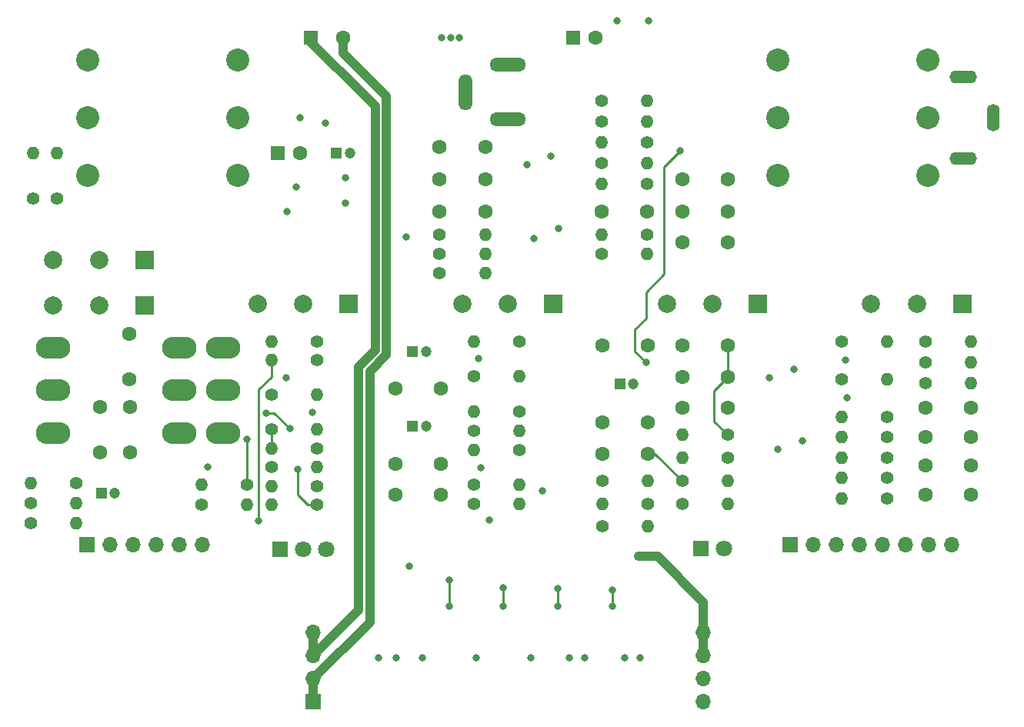
<source format=gbr>
G04 #@! TF.GenerationSoftware,KiCad,Pcbnew,7.0.10*
G04 #@! TF.CreationDate,2024-02-16T20:24:02-03:30*
G04 #@! TF.ProjectId,tight-distortion,74696768-742d-4646-9973-746f7274696f,rev?*
G04 #@! TF.SameCoordinates,Original*
G04 #@! TF.FileFunction,Copper,L4,Bot*
G04 #@! TF.FilePolarity,Positive*
%FSLAX46Y46*%
G04 Gerber Fmt 4.6, Leading zero omitted, Abs format (unit mm)*
G04 Created by KiCad (PCBNEW 7.0.10) date 2024-02-16 20:24:02*
%MOMM*%
%LPD*%
G01*
G04 APERTURE LIST*
G04 #@! TA.AperFunction,ComponentPad*
%ADD10O,4.000000X1.500000*%
G04 #@! TD*
G04 #@! TA.AperFunction,ComponentPad*
%ADD11O,1.500000X4.000000*%
G04 #@! TD*
G04 #@! TA.AperFunction,ComponentPad*
%ADD12C,2.540000*%
G04 #@! TD*
G04 #@! TA.AperFunction,ComponentPad*
%ADD13O,3.000000X1.400000*%
G04 #@! TD*
G04 #@! TA.AperFunction,ComponentPad*
%ADD14O,1.400000X3.000000*%
G04 #@! TD*
G04 #@! TA.AperFunction,ComponentPad*
%ADD15R,1.700000X1.700000*%
G04 #@! TD*
G04 #@! TA.AperFunction,ComponentPad*
%ADD16O,1.700000X1.700000*%
G04 #@! TD*
G04 #@! TA.AperFunction,ComponentPad*
%ADD17C,1.600000*%
G04 #@! TD*
G04 #@! TA.AperFunction,ComponentPad*
%ADD18R,1.200000X1.200000*%
G04 #@! TD*
G04 #@! TA.AperFunction,ComponentPad*
%ADD19C,1.200000*%
G04 #@! TD*
G04 #@! TA.AperFunction,ComponentPad*
%ADD20C,1.400000*%
G04 #@! TD*
G04 #@! TA.AperFunction,ComponentPad*
%ADD21O,1.400000X1.400000*%
G04 #@! TD*
G04 #@! TA.AperFunction,ComponentPad*
%ADD22R,1.600000X1.600000*%
G04 #@! TD*
G04 #@! TA.AperFunction,ComponentPad*
%ADD23R,2.000000X2.000000*%
G04 #@! TD*
G04 #@! TA.AperFunction,ComponentPad*
%ADD24C,2.000000*%
G04 #@! TD*
G04 #@! TA.AperFunction,ComponentPad*
%ADD25R,1.800000X1.800000*%
G04 #@! TD*
G04 #@! TA.AperFunction,ComponentPad*
%ADD26C,1.800000*%
G04 #@! TD*
G04 #@! TA.AperFunction,ComponentPad*
%ADD27O,3.800000X2.400000*%
G04 #@! TD*
G04 #@! TA.AperFunction,ViaPad*
%ADD28C,0.800000*%
G04 #@! TD*
G04 #@! TA.AperFunction,Conductor*
%ADD29C,1.000000*%
G04 #@! TD*
G04 #@! TA.AperFunction,Conductor*
%ADD30C,0.250000*%
G04 #@! TD*
G04 APERTURE END LIST*
D10*
G04 #@! TO.P,J1,1*
G04 #@! TO.N,Net-(D2-K)*
X0Y29800000D03*
G04 #@! TO.P,J1,2*
G04 #@! TO.N,Net-(D1-K)*
X0Y35800000D03*
D11*
G04 #@! TO.P,J1,3*
G04 #@! TO.N,unconnected-(J1-Pad3)*
X-4700000Y32800000D03*
G04 #@! TD*
D12*
G04 #@! TO.P,J2,1,T*
G04 #@! TO.N,/input_jack*
X-46250000Y23650000D03*
G04 #@! TO.P,J2,2,R*
G04 #@! TO.N,Earth*
X-46250000Y30000000D03*
G04 #@! TO.P,J2,3,S*
X-46250000Y36350000D03*
G04 #@! TO.P,J2,4,TS*
X-29750000Y23650000D03*
G04 #@! TO.P,J2,5,RS*
X-29750000Y30000000D03*
G04 #@! TO.P,J2,6,SS*
X-29750000Y36350000D03*
G04 #@! TD*
G04 #@! TO.P,J3,1,T*
G04 #@! TO.N,/output_jack*
X29750000Y23650000D03*
G04 #@! TO.P,J3,2,R*
G04 #@! TO.N,Earth*
X29750000Y30000000D03*
G04 #@! TO.P,J3,3,S*
X29750000Y36350000D03*
G04 #@! TO.P,J3,4,TS*
X46250000Y23650000D03*
G04 #@! TO.P,J3,5,RS*
X46250000Y30000000D03*
G04 #@! TO.P,J3,6,SS*
X46250000Y36350000D03*
G04 #@! TD*
D13*
G04 #@! TO.P,G1,1*
G04 #@! TO.N,Earth*
X50100000Y34500000D03*
D14*
X53400000Y30000000D03*
D13*
X50100000Y25500000D03*
G04 #@! TD*
D15*
G04 #@! TO.P,J4,1,Pin_1*
G04 #@! TO.N,Earth*
X31110000Y-17000000D03*
D16*
G04 #@! TO.P,J4,2,Pin_2*
G04 #@! TO.N,/input_jack*
X33650000Y-17000000D03*
G04 #@! TO.P,J4,3,Pin_3*
G04 #@! TO.N,/send*
X36190000Y-17000000D03*
G04 #@! TO.P,J4,4,Pin_4*
G04 #@! TO.N,/return*
X38730000Y-17000000D03*
G04 #@! TO.P,J4,5,Pin_5*
G04 #@! TO.N,/output_jack*
X41270000Y-17000000D03*
G04 #@! TO.P,J4,6,Pin_6*
G04 #@! TO.N,/LED+*
X43810000Y-17000000D03*
G04 #@! TO.P,J4,7,Pin_7*
G04 #@! TO.N,/V+*
X46350000Y-17000000D03*
G04 #@! TO.P,J4,8,Pin_8*
G04 #@! TO.N,unconnected-(J4-Pin_8-Pad8)*
X48890000Y-17000000D03*
G04 #@! TD*
D17*
G04 #@! TO.P,C4,1*
G04 #@! TO.N,Net-(C4-Pad1)*
X-41650000Y6200000D03*
G04 #@! TO.P,C4,2*
G04 #@! TO.N,Net-(SW1A-A)*
X-41650000Y1200000D03*
G04 #@! TD*
G04 #@! TO.P,C5,1*
G04 #@! TO.N,Net-(C4-Pad1)*
X-7400000Y-8135000D03*
G04 #@! TO.P,C5,2*
G04 #@! TO.N,Net-(Q1-D)*
X-12400000Y-8135000D03*
G04 #@! TD*
D18*
G04 #@! TO.P,C6,1*
G04 #@! TO.N,Earth*
X-44730000Y-11300000D03*
D19*
G04 #@! TO.P,C6,2*
G04 #@! TO.N,Net-(SW2A-B)*
X-43230000Y-11300000D03*
G04 #@! TD*
D17*
G04 #@! TO.P,C8,1*
G04 #@! TO.N,Net-(Q2-G)*
X-44850000Y-1800000D03*
G04 #@! TO.P,C8,2*
G04 #@! TO.N,Net-(SW3-A)*
X-44850000Y-6800000D03*
G04 #@! TD*
D18*
G04 #@! TO.P,C9,1*
G04 #@! TO.N,Earth*
X-10470000Y-3990000D03*
D19*
G04 #@! TO.P,C9,2*
G04 #@! TO.N,Net-(Q2-S)*
X-8970000Y-3990000D03*
G04 #@! TD*
D18*
G04 #@! TO.P,C13,1*
G04 #@! TO.N,Earth*
X-10470000Y4300000D03*
D19*
G04 #@! TO.P,C13,2*
G04 #@! TO.N,Net-(Q3-S)*
X-8970000Y4300000D03*
G04 #@! TD*
D17*
G04 #@! TO.P,C15,1*
G04 #@! TO.N,Net-(C15-Pad1)*
X15400000Y4900000D03*
G04 #@! TO.P,C15,2*
G04 #@! TO.N,Net-(Q3-D)*
X10400000Y4900000D03*
G04 #@! TD*
G04 #@! TO.P,C22,1*
G04 #@! TO.N,Net-(C22-Pad1)*
X15350000Y19700000D03*
G04 #@! TO.P,C22,2*
G04 #@! TO.N,Net-(U1B-+)*
X10350000Y19700000D03*
G04 #@! TD*
D20*
G04 #@! TO.P,R1,1*
G04 #@! TO.N,/send*
X-33700000Y-12600000D03*
D21*
G04 #@! TO.P,R1,2*
G04 #@! TO.N,Net-(SW1B-B)*
X-28700000Y-12600000D03*
G04 #@! TD*
D17*
G04 #@! TO.P,C37,1*
G04 #@! TO.N,Net-(C37-Pad1)*
X51000000Y-1924998D03*
G04 #@! TO.P,C37,2*
G04 #@! TO.N,Net-(C35-Pad2)*
X46000000Y-1924998D03*
G04 #@! TD*
G04 #@! TO.P,C2,1*
G04 #@! TO.N,Net-(Q1-G)*
X-41600000Y-6800000D03*
G04 #@! TO.P,C2,2*
G04 #@! TO.N,Net-(SW1B-A)*
X-41600000Y-1800000D03*
G04 #@! TD*
D18*
G04 #@! TO.P,C39,1*
G04 #@! TO.N,Earth*
X-18870000Y26100000D03*
D19*
G04 #@! TO.P,C39,2*
G04 #@! TO.N,/Signal Path/-VREF0*
X-17370000Y26100000D03*
G04 #@! TD*
D22*
G04 #@! TO.P,C40,1*
G04 #@! TO.N,Earth*
X7155000Y38799999D03*
D17*
G04 #@! TO.P,C40,2*
G04 #@! TO.N,/Signal Path/-VREF1*
X9655000Y38799999D03*
G04 #@! TD*
D22*
G04 #@! TO.P,C47,1*
G04 #@! TO.N,Net-(D3-K)*
X-21652651Y38800000D03*
D17*
G04 #@! TO.P,C47,2*
G04 #@! TO.N,Earth*
X-18152651Y38800000D03*
G04 #@! TD*
D16*
G04 #@! TO.P,J5,1,GND*
G04 #@! TO.N,Earth*
X-21420000Y-31760000D03*
D15*
X-21420000Y-34300000D03*
D16*
G04 #@! TO.P,J5,4,Vin*
G04 #@! TO.N,Net-(D3-K)*
X-21420000Y-26680000D03*
X-21420000Y-29220000D03*
G04 #@! TO.P,J5,5,+15V*
G04 #@! TO.N,+15V*
X21500000Y-26680000D03*
X21500000Y-29220000D03*
G04 #@! TO.P,J5,8,-15V*
G04 #@! TO.N,-15V*
X21500000Y-31760000D03*
X21500000Y-34300000D03*
G04 #@! TD*
D20*
G04 #@! TO.P,R2,1*
G04 #@! TO.N,Net-(SW1B-B)*
X-28700000Y-10400000D03*
D21*
G04 #@! TO.P,R2,2*
G04 #@! TO.N,Earth*
X-33700000Y-10400000D03*
G04 #@! TD*
D20*
G04 #@! TO.P,R3,1*
G04 #@! TO.N,Net-(Q1-G)*
X-21000000Y-12600000D03*
D21*
G04 #@! TO.P,R3,2*
G04 #@! TO.N,/Signal Path/-VREF0*
X-26000000Y-12600000D03*
G04 #@! TD*
D20*
G04 #@! TO.P,R4,1*
G04 #@! TO.N,+15V*
X-26000000Y-8453331D03*
D21*
G04 #@! TO.P,R4,2*
G04 #@! TO.N,Net-(Q1-D)*
X-21000000Y-8453331D03*
G04 #@! TD*
D20*
G04 #@! TO.P,R5,1*
G04 #@! TO.N,Net-(Q1-S)*
X-21000000Y-10526664D03*
D21*
G04 #@! TO.P,R5,2*
G04 #@! TO.N,/Signal Path/ccs0*
X-26000000Y-10526664D03*
G04 #@! TD*
D20*
G04 #@! TO.P,R7,1*
G04 #@! TO.N,Net-(C4-Pad1)*
X-21000000Y-6379998D03*
D21*
G04 #@! TO.P,R7,2*
G04 #@! TO.N,Net-(RV1A-6)*
X-26000000Y-6379998D03*
G04 #@! TD*
D20*
G04 #@! TO.P,R8,1*
G04 #@! TO.N,Net-(RV1A-6)*
X-26000000Y-4306665D03*
D21*
G04 #@! TO.P,R8,2*
G04 #@! TO.N,/Signal Path/-VREF0*
X-21000000Y-4306665D03*
G04 #@! TD*
D20*
G04 #@! TO.P,R9,1*
G04 #@! TO.N,Net-(RV1A-4)*
X-52250000Y21100000D03*
D21*
G04 #@! TO.P,R9,2*
G04 #@! TO.N,/Signal Path/-VREF0*
X-52250000Y26100000D03*
G04 #@! TD*
D20*
G04 #@! TO.P,R11,1*
G04 #@! TO.N,Net-(Q2-S)*
X-21000000Y3326667D03*
D21*
G04 #@! TO.P,R11,2*
G04 #@! TO.N,/Signal Path/ccs1*
X-26000000Y3326667D03*
G04 #@! TD*
D17*
G04 #@! TO.P,C3,1*
G04 #@! TO.N,Net-(Q1-G)*
X-7400000Y-11500000D03*
G04 #@! TO.P,C3,2*
G04 #@! TO.N,Net-(SW1B-B)*
X-12400000Y-11500000D03*
G04 #@! TD*
D20*
G04 #@! TO.P,R13,1*
G04 #@! TO.N,Net-(C12-Pad2)*
X1300000Y5400000D03*
D21*
G04 #@! TO.P,R13,2*
G04 #@! TO.N,/Signal Path/-VREF0*
X-3700000Y5400000D03*
G04 #@! TD*
D20*
G04 #@! TO.P,R14,1*
G04 #@! TO.N,Net-(R14-Pad1)*
X-49600000Y21100000D03*
D21*
G04 #@! TO.P,R14,2*
G04 #@! TO.N,/Signal Path/-VREF0*
X-49600000Y26100000D03*
G04 #@! TD*
D20*
G04 #@! TO.P,R15,1*
G04 #@! TO.N,+15V*
X-3700000Y1529000D03*
D21*
G04 #@! TO.P,R15,2*
G04 #@! TO.N,Net-(Q3-D)*
X1300000Y1529000D03*
G04 #@! TD*
D20*
G04 #@! TO.P,R16,1*
G04 #@! TO.N,Net-(Q3-S)*
X1300000Y-2342000D03*
D21*
G04 #@! TO.P,R16,2*
G04 #@! TO.N,/Signal Path/ccs2*
X-3700000Y-2342000D03*
G04 #@! TD*
D20*
G04 #@! TO.P,R17,1*
G04 #@! TO.N,Net-(C15-Pad1)*
X-3700000Y-4442500D03*
D21*
G04 #@! TO.P,R17,2*
G04 #@! TO.N,Net-(Q4-G)*
X1300000Y-4442500D03*
G04 #@! TD*
D20*
G04 #@! TO.P,R18,1*
G04 #@! TO.N,Net-(Q4-G)*
X1300000Y-6543000D03*
D21*
G04 #@! TO.P,R18,2*
G04 #@! TO.N,/Signal Path/-VREF0*
X-3700000Y-6543000D03*
G04 #@! TD*
D20*
G04 #@! TO.P,R19,1*
G04 #@! TO.N,+15V*
X-3700000Y-12514500D03*
D21*
G04 #@! TO.P,R19,2*
G04 #@! TO.N,Net-(Q4-D)*
X1300000Y-12514500D03*
G04 #@! TD*
D20*
G04 #@! TO.P,R20,1*
G04 #@! TO.N,Net-(Q4-S)*
X-3700000Y-10414000D03*
D21*
G04 #@! TO.P,R20,2*
G04 #@! TO.N,/Signal Path/ccs3*
X1300000Y-10414000D03*
G04 #@! TD*
D20*
G04 #@! TO.P,R21,1*
G04 #@! TO.N,Net-(C19-Pad1)*
X15400000Y-12500000D03*
D21*
G04 #@! TO.P,R21,2*
G04 #@! TO.N,Net-(Q5-B)*
X10400000Y-12500000D03*
G04 #@! TD*
D20*
G04 #@! TO.P,R22,1*
G04 #@! TO.N,Net-(Q5-B)*
X10400000Y-15000000D03*
D21*
G04 #@! TO.P,R22,2*
G04 #@! TO.N,Earth*
X15400000Y-15000000D03*
G04 #@! TD*
D20*
G04 #@! TO.P,R26,1*
G04 #@! TO.N,Net-(C22-Pad1)*
X15350000Y17100000D03*
D21*
G04 #@! TO.P,R26,2*
G04 #@! TO.N,Net-(U1B--)*
X10350000Y17100000D03*
G04 #@! TD*
D20*
G04 #@! TO.P,R28,1*
G04 #@! TO.N,Net-(C23-Pad2)*
X-7500000Y17100000D03*
D21*
G04 #@! TO.P,R28,2*
G04 #@! TO.N,Net-(U1A--)*
X-2500000Y17100000D03*
G04 #@! TD*
D20*
G04 #@! TO.P,R29,1*
G04 #@! TO.N,Net-(U1A-+)*
X-7500000Y15000000D03*
D21*
G04 #@! TO.P,R29,2*
G04 #@! TO.N,Earth*
X-2500000Y15000000D03*
G04 #@! TD*
D20*
G04 #@! TO.P,R30,1*
G04 #@! TO.N,Net-(C25-Pad2)*
X-7500000Y12900000D03*
D21*
G04 #@! TO.P,R30,2*
G04 #@! TO.N,Earth*
X-2500000Y12900000D03*
G04 #@! TD*
D20*
G04 #@! TO.P,R31,1*
G04 #@! TO.N,Net-(C26-Pad2)*
X24200000Y-4925000D03*
D21*
G04 #@! TO.P,R31,2*
G04 #@! TO.N,Net-(U3A--)*
X19200000Y-4925000D03*
G04 #@! TD*
D23*
G04 #@! TO.P,RV1,1,4*
G04 #@! TO.N,Net-(RV1A-4)*
X-40000000Y9300000D03*
D24*
G04 #@! TO.P,RV1,2,5*
G04 #@! TO.N,Net-(Q2-G)*
X-45000000Y9300000D03*
G04 #@! TO.P,RV1,3,6*
G04 #@! TO.N,Net-(RV1A-6)*
X-50000000Y9300000D03*
D23*
G04 #@! TO.P,RV1,4,4*
G04 #@! TO.N,Net-(R14-Pad1)*
X-40000000Y14300000D03*
D24*
G04 #@! TO.P,RV1,5,5*
G04 #@! TO.N,Net-(Q3-G)*
X-45000000Y14300000D03*
G04 #@! TO.P,RV1,6,6*
G04 #@! TO.N,Net-(C12-Pad2)*
X-50000000Y14300000D03*
G04 #@! TD*
D20*
G04 #@! TO.P,R32,1*
G04 #@! TO.N,Net-(C27-Pad1)*
X15350000Y22700000D03*
D21*
G04 #@! TO.P,R32,2*
G04 #@! TO.N,/Signal Path/-VREF1*
X10350000Y22700000D03*
G04 #@! TD*
D20*
G04 #@! TO.P,R12,1*
G04 #@! TO.N,Net-(C11-Pad1)*
X-21000000Y5400000D03*
D21*
G04 #@! TO.P,R12,2*
G04 #@! TO.N,Net-(C12-Pad2)*
X-26000000Y5400000D03*
G04 #@! TD*
D20*
G04 #@! TO.P,R6,1*
G04 #@! TO.N,Net-(Q1-S)*
X-47500000Y-10200000D03*
D21*
G04 #@! TO.P,R6,2*
G04 #@! TO.N,Net-(SW2A-A)*
X-52500000Y-10200000D03*
G04 #@! TD*
D17*
G04 #@! TO.P,C36,1*
G04 #@! TO.N,Net-(C35-Pad2)*
X46000000Y-8308330D03*
G04 #@! TO.P,C36,2*
G04 #@! TO.N,Net-(C36-Pad2)*
X51000000Y-8308330D03*
G04 #@! TD*
G04 #@! TO.P,C25,1*
G04 #@! TO.N,Net-(C25-Pad1)*
X-7500000Y26800000D03*
G04 #@! TO.P,C25,2*
G04 #@! TO.N,Net-(C25-Pad2)*
X-2500000Y26800000D03*
G04 #@! TD*
G04 #@! TO.P,C20,1*
G04 #@! TO.N,/Signal Path/eq_send*
X15400000Y-6974000D03*
G04 #@! TO.P,C20,2*
G04 #@! TO.N,Net-(Q5-E)*
X10400000Y-6974000D03*
G04 #@! TD*
D22*
G04 #@! TO.P,C38,1*
G04 #@! TO.N,Earth*
X-25350000Y26100000D03*
D17*
G04 #@! TO.P,C38,2*
G04 #@! TO.N,Net-(U4A-+)*
X-22850000Y26100000D03*
G04 #@! TD*
G04 #@! TO.P,C23,1*
G04 #@! TO.N,Net-(C23-Pad1)*
X-7500000Y23200000D03*
G04 #@! TO.P,C23,2*
G04 #@! TO.N,Net-(C23-Pad2)*
X-2500000Y23200000D03*
G04 #@! TD*
G04 #@! TO.P,C11,1*
G04 #@! TO.N,Net-(C11-Pad1)*
X-12400000Y155000D03*
G04 #@! TO.P,C11,2*
G04 #@! TO.N,Net-(Q2-D)*
X-7400000Y155000D03*
G04 #@! TD*
D15*
G04 #@! TO.P,SW2,1,A*
G04 #@! TO.N,Net-(SW2A-A)*
X-46350000Y-17000000D03*
D16*
G04 #@! TO.P,SW2,2,B*
G04 #@! TO.N,Net-(SW2A-B)*
X-43810000Y-17000000D03*
G04 #@! TO.P,SW2,3,C*
G04 #@! TO.N,Net-(Q1-S)*
X-41270000Y-17000000D03*
G04 #@! TO.P,SW2,4,A*
G04 #@! TO.N,unconnected-(SW2B-A-Pad4)*
X-38730000Y-17000000D03*
G04 #@! TO.P,SW2,5,B*
G04 #@! TO.N,Net-(SW2B-B)*
X-36190000Y-17000000D03*
G04 #@! TO.P,SW2,6,C*
G04 #@! TO.N,Net-(D6-A1)*
X-33650000Y-17000000D03*
G04 #@! TD*
D23*
G04 #@! TO.P,RV5,1,1*
G04 #@! TO.N,Earth*
X50000000Y9500000D03*
D24*
G04 #@! TO.P,RV5,2,2*
G04 #@! TO.N,/return*
X45000000Y9500000D03*
G04 #@! TO.P,RV5,3,3*
G04 #@! TO.N,Net-(C37-Pad1)*
X40000000Y9500000D03*
G04 #@! TD*
D23*
G04 #@! TO.P,RV4,1,1*
G04 #@! TO.N,Net-(U3A-+)*
X-17500000Y9500000D03*
D24*
G04 #@! TO.P,RV4,2,2*
G04 #@! TO.N,Net-(C25-Pad1)*
X-22500000Y9500000D03*
G04 #@! TO.P,RV4,3,3*
G04 #@! TO.N,Net-(U3A--)*
X-27500000Y9500000D03*
G04 #@! TD*
D23*
G04 #@! TO.P,RV3,1,1*
G04 #@! TO.N,Net-(U3A-+)*
X5000000Y9500000D03*
D24*
G04 #@! TO.P,RV3,2,2*
G04 #@! TO.N,Net-(C23-Pad1)*
X0Y9500000D03*
G04 #@! TO.P,RV3,3,3*
G04 #@! TO.N,Net-(U3A--)*
X-5000000Y9500000D03*
G04 #@! TD*
D23*
G04 #@! TO.P,RV2,1,1*
G04 #@! TO.N,Net-(U3A-+)*
X27500000Y9500000D03*
D24*
G04 #@! TO.P,RV2,2,2*
G04 #@! TO.N,Net-(C22-Pad1)*
X22500000Y9500000D03*
G04 #@! TO.P,RV2,3,3*
G04 #@! TO.N,Net-(U3A--)*
X17500000Y9500000D03*
G04 #@! TD*
D20*
G04 #@! TO.P,R10,1*
G04 #@! TO.N,+15V*
X-26000000Y-489999D03*
D21*
G04 #@! TO.P,R10,2*
G04 #@! TO.N,Net-(Q2-D)*
X-21000000Y-489999D03*
G04 #@! TD*
D17*
G04 #@! TO.P,C21,1*
G04 #@! TO.N,Earth*
X19200000Y-1950000D03*
G04 #@! TO.P,C21,2*
G04 #@! TO.N,Net-(U3A-+)*
X24200000Y-1950000D03*
G04 #@! TD*
D20*
G04 #@! TO.P,R61,1*
G04 #@! TO.N,+15V*
X19200000Y-12500000D03*
D21*
G04 #@! TO.P,R61,2*
G04 #@! TO.N,/V+*
X24200000Y-12500000D03*
G04 #@! TD*
D20*
G04 #@! TO.P,R62,1*
G04 #@! TO.N,+15V*
X-52500000Y-12400000D03*
D21*
G04 #@! TO.P,R62,2*
G04 #@! TO.N,Net-(D6-A2)*
X-47500000Y-12400000D03*
G04 #@! TD*
D17*
G04 #@! TO.P,C35,1*
G04 #@! TO.N,Net-(C32-Pad2)*
X46000000Y-11500000D03*
G04 #@! TO.P,C35,2*
G04 #@! TO.N,Net-(C35-Pad2)*
X51000000Y-11500000D03*
G04 #@! TD*
G04 #@! TO.P,C34,1*
G04 #@! TO.N,Net-(C34-Pad1)*
X46000000Y-5116664D03*
G04 #@! TO.P,C34,2*
G04 #@! TO.N,Earth*
X51000000Y-5116664D03*
G04 #@! TD*
G04 #@! TO.P,C31,1*
G04 #@! TO.N,Net-(C31-Pad1)*
X24200000Y23200000D03*
G04 #@! TO.P,C31,2*
G04 #@! TO.N,Net-(Q6B-G1)*
X19200000Y23200000D03*
G04 #@! TD*
G04 #@! TO.P,C27,1*
G04 #@! TO.N,Net-(C27-Pad1)*
X19200000Y4900000D03*
G04 #@! TO.P,C27,2*
G04 #@! TO.N,Net-(C26-Pad2)*
X24200000Y4900000D03*
G04 #@! TD*
G04 #@! TO.P,C29,1*
G04 #@! TO.N,Net-(C29-Pad1)*
X24200000Y19700000D03*
G04 #@! TO.P,C29,2*
G04 #@! TO.N,Net-(Q6A-D1)*
X19200000Y19700000D03*
G04 #@! TD*
G04 #@! TO.P,C30,1*
G04 #@! TO.N,Net-(C30-Pad1)*
X24200000Y16300000D03*
G04 #@! TO.P,C30,2*
G04 #@! TO.N,Net-(Q6B-D2)*
X19200000Y16300000D03*
G04 #@! TD*
D20*
G04 #@! TO.P,R44,1*
G04 #@! TO.N,Net-(C31-Pad1)*
X46000000Y816668D03*
D21*
G04 #@! TO.P,R44,2*
G04 #@! TO.N,Net-(C36-Pad2)*
X51000000Y816668D03*
G04 #@! TD*
D20*
G04 #@! TO.P,R42,1*
G04 #@! TO.N,Net-(C32-Pad2)*
X41700000Y-5165000D03*
D21*
G04 #@! TO.P,R42,2*
G04 #@! TO.N,Net-(U3B--)*
X36700000Y-5165000D03*
G04 #@! TD*
D20*
G04 #@! TO.P,R40,1*
G04 #@! TO.N,Net-(C33-Pad2)*
X41700000Y-2920000D03*
D21*
G04 #@! TO.P,R40,2*
G04 #@! TO.N,Earth*
X36700000Y-2920000D03*
G04 #@! TD*
D20*
G04 #@! TO.P,R41,1*
G04 #@! TO.N,Net-(C31-Pad1)*
X46000000Y5400000D03*
D21*
G04 #@! TO.P,R41,2*
G04 #@! TO.N,Net-(C34-Pad1)*
X51000000Y5400000D03*
G04 #@! TD*
D20*
G04 #@! TO.P,R37,1*
G04 #@! TO.N,Net-(C29-Pad1)*
X36700000Y5400000D03*
D21*
G04 #@! TO.P,R37,2*
G04 #@! TO.N,Net-(C32-Pad2)*
X41700000Y5400000D03*
G04 #@! TD*
D20*
G04 #@! TO.P,R33,1*
G04 #@! TO.N,Net-(C27-Pad1)*
X10350000Y29562500D03*
D21*
G04 #@! TO.P,R33,2*
G04 #@! TO.N,Net-(Q6A-G1)*
X15350000Y29562500D03*
G04 #@! TD*
D20*
G04 #@! TO.P,R34,1*
G04 #@! TO.N,+15V*
X10350000Y24987500D03*
D21*
G04 #@! TO.P,R34,2*
G04 #@! TO.N,Net-(Q6A-D1)*
X15350000Y24987500D03*
G04 #@! TD*
D20*
G04 #@! TO.P,R39,1*
G04 #@! TO.N,Net-(C31-Pad1)*
X46000000Y3108334D03*
D21*
G04 #@! TO.P,R39,2*
G04 #@! TO.N,Earth*
X51000000Y3108334D03*
G04 #@! TD*
D20*
G04 #@! TO.P,R36,1*
G04 #@! TO.N,Net-(Q6B-G1)*
X15350000Y27275000D03*
D21*
G04 #@! TO.P,R36,2*
G04 #@! TO.N,/Signal Path/-VREF1*
X10350000Y27275000D03*
G04 #@! TD*
D20*
G04 #@! TO.P,R45,1*
G04 #@! TO.N,Net-(C32-Pad2)*
X41700000Y-9655000D03*
D21*
G04 #@! TO.P,R45,2*
G04 #@! TO.N,Net-(C35-Pad2)*
X36700000Y-9655000D03*
G04 #@! TD*
D20*
G04 #@! TO.P,R46,1*
G04 #@! TO.N,Net-(C31-Pad1)*
X41700000Y-11900000D03*
D21*
G04 #@! TO.P,R46,2*
G04 #@! TO.N,Net-(C35-Pad2)*
X36700000Y-11900000D03*
G04 #@! TD*
D20*
G04 #@! TO.P,R38,1*
G04 #@! TO.N,Net-(C30-Pad1)*
X36700000Y1240000D03*
D21*
G04 #@! TO.P,R38,2*
G04 #@! TO.N,Net-(C33-Pad2)*
X41700000Y1240000D03*
G04 #@! TD*
D20*
G04 #@! TO.P,R35,1*
G04 #@! TO.N,+15V*
X10350000Y31850000D03*
D21*
G04 #@! TO.P,R35,2*
G04 #@! TO.N,Net-(Q6B-D2)*
X15350000Y31850000D03*
G04 #@! TD*
D20*
G04 #@! TO.P,R43,1*
G04 #@! TO.N,Net-(C33-Pad2)*
X41700000Y-7410000D03*
D21*
G04 #@! TO.P,R43,2*
G04 #@! TO.N,Net-(U3B-+)*
X36700000Y-7410000D03*
G04 #@! TD*
D20*
G04 #@! TO.P,R24,1*
G04 #@! TO.N,/Signal Path/eq_send*
X19200000Y-9975000D03*
D21*
G04 #@! TO.P,R24,2*
G04 #@! TO.N,Net-(U3A-+)*
X24200000Y-9975000D03*
G04 #@! TD*
D20*
G04 #@! TO.P,R23,1*
G04 #@! TO.N,Net-(Q5-E)*
X10400000Y-9962000D03*
D21*
G04 #@! TO.P,R23,2*
G04 #@! TO.N,-15V*
X15400000Y-9962000D03*
G04 #@! TD*
D20*
G04 #@! TO.P,R27,1*
G04 #@! TO.N,Net-(U1B-+)*
X10350000Y15000000D03*
D21*
G04 #@! TO.P,R27,2*
G04 #@! TO.N,Earth*
X15350000Y15000000D03*
G04 #@! TD*
D20*
G04 #@! TO.P,R25,1*
G04 #@! TO.N,Net-(U3A-+)*
X24200000Y-7450000D03*
D21*
G04 #@! TO.P,R25,2*
G04 #@! TO.N,Earth*
X19200000Y-7450000D03*
G04 #@! TD*
D18*
G04 #@! TO.P,C17,1*
G04 #@! TO.N,Earth*
X12330000Y682000D03*
D19*
G04 #@! TO.P,C17,2*
G04 #@! TO.N,/Signal Path/ccs3*
X13830000Y682000D03*
G04 #@! TD*
D17*
G04 #@! TO.P,C19,1*
G04 #@! TO.N,Net-(C19-Pad1)*
X15400000Y-3536000D03*
G04 #@! TO.P,C19,2*
G04 #@! TO.N,Net-(Q4-D)*
X10400000Y-3536000D03*
G04 #@! TD*
G04 #@! TO.P,C26,1*
G04 #@! TO.N,Net-(U3A--)*
X19200000Y1475000D03*
G04 #@! TO.P,C26,2*
G04 #@! TO.N,Net-(C26-Pad2)*
X24200000Y1475000D03*
G04 #@! TD*
G04 #@! TO.P,C24,1*
G04 #@! TO.N,Net-(C23-Pad2)*
X-7500000Y19700000D03*
G04 #@! TO.P,C24,2*
G04 #@! TO.N,Net-(U1A-+)*
X-2500000Y19700000D03*
G04 #@! TD*
D20*
G04 #@! TO.P,R63,1*
G04 #@! TO.N,+15V*
X-52500000Y-14600000D03*
D21*
G04 #@! TO.P,R63,2*
G04 #@! TO.N,Net-(SW2B-B)*
X-47500000Y-14600000D03*
G04 #@! TD*
D25*
G04 #@! TO.P,D5,1,K*
G04 #@! TO.N,Earth*
X21230000Y-17450000D03*
D26*
G04 #@! TO.P,D5,2,A*
G04 #@! TO.N,/LED+*
X23770000Y-17450000D03*
G04 #@! TD*
D27*
G04 #@! TO.P,SW1,1,A*
G04 #@! TO.N,Net-(SW1A-A)*
X-36150000Y-4700000D03*
G04 #@! TO.P,SW1,2,B*
G04 #@! TO.N,Net-(Q1-D)*
X-36150000Y0D03*
G04 #@! TO.P,SW1,3,C*
G04 #@! TO.N,unconnected-(SW1A-C-Pad3)*
X-36150000Y4700000D03*
G04 #@! TO.P,SW1,4,A*
G04 #@! TO.N,Net-(SW1B-A)*
X-31350000Y-4700000D03*
G04 #@! TO.P,SW1,5,B*
G04 #@! TO.N,Net-(SW1B-B)*
X-31350000Y0D03*
G04 #@! TO.P,SW1,6,C*
G04 #@! TO.N,unconnected-(SW1B-C-Pad6)*
X-31350000Y4700000D03*
G04 #@! TD*
G04 #@! TO.P,SW3,1,A*
G04 #@! TO.N,Net-(SW3-A)*
X-50000000Y-4700000D03*
G04 #@! TO.P,SW3,2,B*
G04 #@! TO.N,Net-(RV1A-6)*
X-50000000Y0D03*
G04 #@! TO.P,SW3,3,C*
G04 #@! TO.N,unconnected-(SW3-C-Pad3)*
X-50000000Y4700000D03*
G04 #@! TD*
D25*
G04 #@! TO.P,D6,1,A1*
G04 #@! TO.N,Net-(D6-A1)*
X-25040000Y-17500000D03*
D26*
G04 #@! TO.P,D6,2,K*
G04 #@! TO.N,Earth*
X-22500000Y-17500000D03*
G04 #@! TO.P,D6,3,A2*
G04 #@! TO.N,Net-(D6-A2)*
X-19960000Y-17500000D03*
G04 #@! TD*
D28*
G04 #@! TO.N,Earth*
X2100000Y24800000D03*
X-10800000Y-19400000D03*
X-20100000Y29400000D03*
X37300000Y-800000D03*
X-5300000Y38800000D03*
X-6300000Y38800000D03*
X32400000Y-5600000D03*
X-7300000Y38800000D03*
X5600000Y17800000D03*
X-3200000Y3500000D03*
X-13400000Y32400000D03*
X28800000Y1400000D03*
X-21500000Y-2400000D03*
X12000000Y40700000D03*
X-33000000Y-8400000D03*
X37200000Y3300000D03*
X-3000000Y-8500000D03*
X-23300000Y22400000D03*
X-12300000Y-29400000D03*
X-17900000Y23400000D03*
G04 #@! TO.N,Net-(SW1B-B)*
X-28700000Y-5400000D03*
G04 #@! TO.N,Net-(Q1-G)*
X-23100000Y-8700000D03*
G04 #@! TO.N,+15V*
X-24362500Y1418334D03*
X14400000Y-18300000D03*
X-2062500Y-14300000D03*
X3800000Y-11100000D03*
X-24300000Y19700000D03*
X16400000Y-18300000D03*
X31462500Y2300000D03*
X4700000Y25800000D03*
X15400000Y-18300000D03*
G04 #@! TO.N,-15V*
X-17900000Y20637500D03*
X12900000Y-29400000D03*
X8500000Y-29400000D03*
X-14200000Y-29400000D03*
X-3500000Y-29400000D03*
X2900000Y16700000D03*
X14600000Y-29400000D03*
X-9400000Y-29400000D03*
X15500000Y40700000D03*
X-22900000Y30000000D03*
X2500000Y-29400000D03*
X6800000Y-29400000D03*
X29737500Y-6500000D03*
G04 #@! TO.N,Net-(C4-Pad1)*
X-24000000Y-4200000D03*
X-26600000Y-2500000D03*
G04 #@! TO.N,/Signal Path/ccs3*
X11500000Y-22000000D03*
X11500000Y-23800000D03*
G04 #@! TO.N,/Signal Path/-VREF0*
X-11200000Y16900000D03*
G04 #@! TO.N,/Signal Path/ccs4*
X15200000Y3100000D03*
X19000000Y26400000D03*
G04 #@! TO.N,/Signal Path/ccs0*
X-6400000Y-20900000D03*
X-6400000Y-23800000D03*
G04 #@! TO.N,/Signal Path/ccs1*
X-500000Y-21700000D03*
X-27400000Y-14325000D03*
X-500000Y-23800000D03*
G04 #@! TO.N,/Signal Path/ccs2*
X5500000Y-23800000D03*
X5500000Y-21800000D03*
G04 #@! TO.N,Net-(D3-K)*
X-15775000Y32425000D03*
G04 #@! TD*
D29*
G04 #@! TO.N,Earth*
X-18152651Y37152651D02*
X-13400000Y32400000D01*
X-21420000Y-31760000D02*
X-21420000Y-34300000D01*
X-13400000Y3900000D02*
X-15200000Y2100000D01*
X-18152651Y38800000D02*
X-18152651Y37152651D01*
X-15200000Y2100000D02*
X-15200000Y-25540000D01*
X-13400000Y32400000D02*
X-13400000Y3900000D01*
X-15200000Y-25540000D02*
X-21420000Y-31760000D01*
D30*
G04 #@! TO.N,Net-(SW1B-B)*
X-28700000Y-5400000D02*
X-28700000Y-10400000D01*
G04 #@! TO.N,Net-(Q1-G)*
X-21000000Y-12600000D02*
X-22000000Y-12600000D01*
X-23100000Y-11500000D02*
X-23100000Y-8700000D01*
X-22000000Y-12600000D02*
X-23100000Y-11500000D01*
D29*
G04 #@! TO.N,+15V*
X21500000Y-29220000D02*
X21500000Y-26680000D01*
X16400000Y-18300000D02*
X15400000Y-18300000D01*
X15400000Y-18300000D02*
X14400000Y-18300000D01*
X21500000Y-26680000D02*
X21500000Y-23300000D01*
X16500000Y-18300000D02*
X16400000Y-18300000D01*
X21500000Y-23300000D02*
X16500000Y-18300000D01*
D30*
G04 #@! TO.N,Net-(C26-Pad2)*
X22700000Y-25000D02*
X24200000Y1475000D01*
X22700000Y-3425000D02*
X22700000Y-25000D01*
X24200000Y-4925000D02*
X22700000Y-3425000D01*
X24200000Y1475000D02*
X24200000Y4900000D01*
G04 #@! TO.N,Net-(RV1A-6)*
X-26000000Y-4306665D02*
X-26000000Y-6379998D01*
G04 #@! TO.N,Net-(C4-Pad1)*
X-25700000Y-2500000D02*
X-24000000Y-4200000D01*
X-26600000Y-2500000D02*
X-25700000Y-2500000D01*
G04 #@! TO.N,/Signal Path/ccs3*
X11500000Y-23800000D02*
X11500000Y-22000000D01*
G04 #@! TO.N,/Signal Path/eq_send*
X19200000Y-9975000D02*
X16199000Y-6974000D01*
X16199000Y-6974000D02*
X15400000Y-6974000D01*
G04 #@! TO.N,/Signal Path/ccs4*
X17200000Y12800000D02*
X15200000Y10800000D01*
X17200000Y24600000D02*
X17200000Y12800000D01*
X15200000Y3100000D02*
X14000000Y4300000D01*
X14000000Y6700000D02*
X15200000Y7900000D01*
X15200000Y10800000D02*
X15200000Y7900000D01*
X19000000Y26400000D02*
X17200000Y24600000D01*
X14000000Y4300000D02*
X14000000Y6700000D01*
G04 #@! TO.N,/Signal Path/ccs0*
X-6400000Y-20900000D02*
X-6400000Y-23800000D01*
G04 #@! TO.N,/Signal Path/ccs1*
X-26000000Y1500000D02*
X-26000000Y3326667D01*
X-500000Y-21700000D02*
X-500000Y-23800000D01*
X-27400000Y-14325000D02*
X-27400000Y100000D01*
X-27400000Y100000D02*
X-26000000Y1500000D01*
G04 #@! TO.N,/Signal Path/ccs2*
X5500000Y-21800000D02*
X5500000Y-23800000D01*
D29*
G04 #@! TO.N,Net-(D3-K)*
X-14600000Y4397056D02*
X-16400000Y2597056D01*
X-15775000Y32425000D02*
X-14600000Y31250000D01*
X-14600000Y31250000D02*
X-14600000Y4397056D01*
X-21420000Y-29220000D02*
X-21420000Y-26680000D01*
X-16400000Y-24200000D02*
X-21420000Y-29220000D01*
X-16400000Y2597056D02*
X-16400000Y-24200000D01*
X-21652651Y38800000D02*
X-21652651Y38302651D01*
X-21652651Y38302651D02*
X-15775000Y32425000D01*
G04 #@! TD*
M02*

</source>
